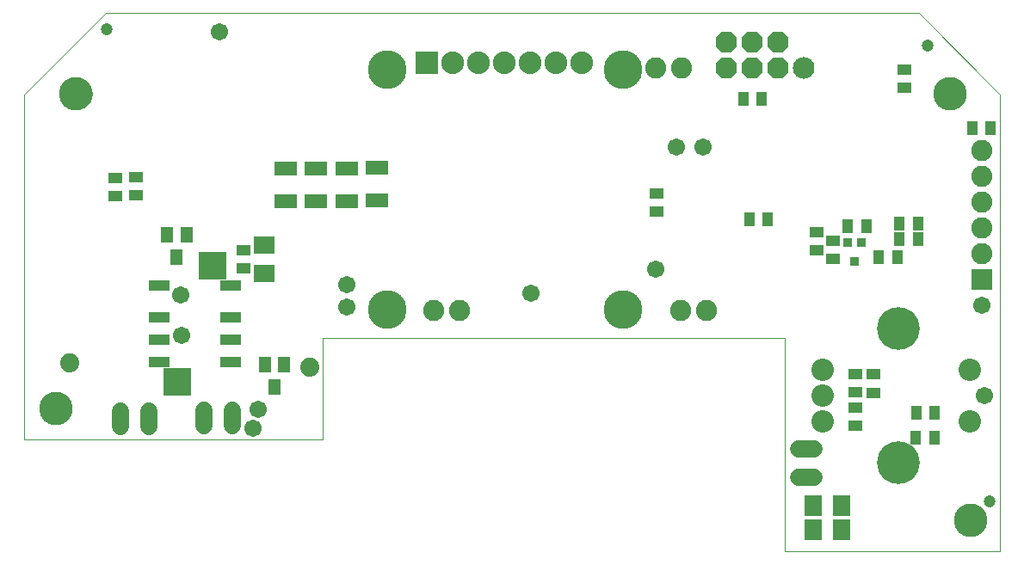
<source format=gbs>
G75*
G70*
%OFA0B0*%
%FSLAX24Y24*%
%IPPOS*%
%LPD*%
%AMOC8*
5,1,8,0,0,1.08239X$1,22.5*
%
%ADD10C,0.0000*%
%ADD11C,0.1300*%
%ADD12C,0.0867*%
%ADD13C,0.1655*%
%ADD14R,0.0395X0.0552*%
%ADD15R,0.0880X0.0880*%
%ADD16C,0.0880*%
%ADD17C,0.1497*%
%ADD18R,0.0552X0.0395*%
%ADD19R,0.0356X0.0356*%
%ADD20R,0.0710X0.0789*%
%ADD21R,0.0867X0.0552*%
%ADD22R,0.0474X0.0631*%
%ADD23C,0.0680*%
%ADD24C,0.0474*%
%ADD25C,0.0671*%
%ADD26C,0.0820*%
%ADD27R,0.0820X0.0820*%
%ADD28R,0.0789X0.0395*%
%ADD29R,0.1064X0.1064*%
%ADD30R,0.0789X0.0710*%
%ADD31OC8,0.0820*%
%ADD32C,0.0740*%
%ADD33C,0.0840*%
D10*
X000180Y005173D02*
X011735Y005173D01*
X011735Y009110D01*
X029633Y009110D01*
X029633Y000843D01*
X037975Y000843D01*
X037975Y018559D01*
X034827Y021708D01*
X003329Y021708D01*
X000180Y018559D01*
X000180Y005173D01*
X000783Y006386D02*
X000785Y006435D01*
X000791Y006484D01*
X000801Y006532D01*
X000814Y006579D01*
X000832Y006625D01*
X000853Y006669D01*
X000877Y006712D01*
X000905Y006752D01*
X000936Y006791D01*
X000970Y006826D01*
X001007Y006859D01*
X001046Y006888D01*
X001088Y006914D01*
X001131Y006937D01*
X001177Y006956D01*
X001223Y006972D01*
X001271Y006984D01*
X001319Y006992D01*
X001368Y006996D01*
X001418Y006996D01*
X001467Y006992D01*
X001515Y006984D01*
X001563Y006972D01*
X001609Y006956D01*
X001655Y006937D01*
X001698Y006914D01*
X001740Y006888D01*
X001779Y006859D01*
X001816Y006826D01*
X001850Y006791D01*
X001881Y006752D01*
X001909Y006712D01*
X001933Y006669D01*
X001954Y006625D01*
X001972Y006579D01*
X001985Y006532D01*
X001995Y006484D01*
X002001Y006435D01*
X002003Y006386D01*
X002001Y006337D01*
X001995Y006288D01*
X001985Y006240D01*
X001972Y006193D01*
X001954Y006147D01*
X001933Y006103D01*
X001909Y006060D01*
X001881Y006020D01*
X001850Y005981D01*
X001816Y005946D01*
X001779Y005913D01*
X001740Y005884D01*
X001698Y005858D01*
X001655Y005835D01*
X001609Y005816D01*
X001563Y005800D01*
X001515Y005788D01*
X001467Y005780D01*
X001418Y005776D01*
X001368Y005776D01*
X001319Y005780D01*
X001271Y005788D01*
X001223Y005800D01*
X001177Y005816D01*
X001131Y005835D01*
X001088Y005858D01*
X001046Y005884D01*
X001007Y005913D01*
X000970Y005946D01*
X000936Y005981D01*
X000905Y006020D01*
X000877Y006060D01*
X000853Y006103D01*
X000832Y006147D01*
X000814Y006193D01*
X000801Y006240D01*
X000791Y006288D01*
X000785Y006337D01*
X000783Y006386D01*
X001570Y018591D02*
X001572Y018640D01*
X001578Y018689D01*
X001588Y018737D01*
X001601Y018784D01*
X001619Y018830D01*
X001640Y018874D01*
X001664Y018917D01*
X001692Y018957D01*
X001723Y018996D01*
X001757Y019031D01*
X001794Y019064D01*
X001833Y019093D01*
X001875Y019119D01*
X001918Y019142D01*
X001964Y019161D01*
X002010Y019177D01*
X002058Y019189D01*
X002106Y019197D01*
X002155Y019201D01*
X002205Y019201D01*
X002254Y019197D01*
X002302Y019189D01*
X002350Y019177D01*
X002396Y019161D01*
X002442Y019142D01*
X002485Y019119D01*
X002527Y019093D01*
X002566Y019064D01*
X002603Y019031D01*
X002637Y018996D01*
X002668Y018957D01*
X002696Y018917D01*
X002720Y018874D01*
X002741Y018830D01*
X002759Y018784D01*
X002772Y018737D01*
X002782Y018689D01*
X002788Y018640D01*
X002790Y018591D01*
X002788Y018542D01*
X002782Y018493D01*
X002772Y018445D01*
X002759Y018398D01*
X002741Y018352D01*
X002720Y018308D01*
X002696Y018265D01*
X002668Y018225D01*
X002637Y018186D01*
X002603Y018151D01*
X002566Y018118D01*
X002527Y018089D01*
X002485Y018063D01*
X002442Y018040D01*
X002396Y018021D01*
X002350Y018005D01*
X002302Y017993D01*
X002254Y017985D01*
X002205Y017981D01*
X002155Y017981D01*
X002106Y017985D01*
X002058Y017993D01*
X002010Y018005D01*
X001964Y018021D01*
X001918Y018040D01*
X001875Y018063D01*
X001833Y018089D01*
X001794Y018118D01*
X001757Y018151D01*
X001723Y018186D01*
X001692Y018225D01*
X001664Y018265D01*
X001640Y018308D01*
X001619Y018352D01*
X001601Y018398D01*
X001588Y018445D01*
X001578Y018493D01*
X001572Y018542D01*
X001570Y018591D01*
X035428Y018591D02*
X035430Y018640D01*
X035436Y018689D01*
X035446Y018737D01*
X035459Y018784D01*
X035477Y018830D01*
X035498Y018874D01*
X035522Y018917D01*
X035550Y018957D01*
X035581Y018996D01*
X035615Y019031D01*
X035652Y019064D01*
X035691Y019093D01*
X035733Y019119D01*
X035776Y019142D01*
X035822Y019161D01*
X035868Y019177D01*
X035916Y019189D01*
X035964Y019197D01*
X036013Y019201D01*
X036063Y019201D01*
X036112Y019197D01*
X036160Y019189D01*
X036208Y019177D01*
X036254Y019161D01*
X036300Y019142D01*
X036343Y019119D01*
X036385Y019093D01*
X036424Y019064D01*
X036461Y019031D01*
X036495Y018996D01*
X036526Y018957D01*
X036554Y018917D01*
X036578Y018874D01*
X036599Y018830D01*
X036617Y018784D01*
X036630Y018737D01*
X036640Y018689D01*
X036646Y018640D01*
X036648Y018591D01*
X036646Y018542D01*
X036640Y018493D01*
X036630Y018445D01*
X036617Y018398D01*
X036599Y018352D01*
X036578Y018308D01*
X036554Y018265D01*
X036526Y018225D01*
X036495Y018186D01*
X036461Y018151D01*
X036424Y018118D01*
X036385Y018089D01*
X036343Y018063D01*
X036300Y018040D01*
X036254Y018021D01*
X036208Y018005D01*
X036160Y017993D01*
X036112Y017985D01*
X036063Y017981D01*
X036013Y017981D01*
X035964Y017985D01*
X035916Y017993D01*
X035868Y018005D01*
X035822Y018021D01*
X035776Y018040D01*
X035733Y018063D01*
X035691Y018089D01*
X035652Y018118D01*
X035615Y018151D01*
X035581Y018186D01*
X035550Y018225D01*
X035522Y018265D01*
X035498Y018308D01*
X035477Y018352D01*
X035459Y018398D01*
X035446Y018445D01*
X035436Y018493D01*
X035430Y018542D01*
X035428Y018591D01*
X036216Y002055D02*
X036218Y002104D01*
X036224Y002153D01*
X036234Y002201D01*
X036247Y002248D01*
X036265Y002294D01*
X036286Y002338D01*
X036310Y002381D01*
X036338Y002421D01*
X036369Y002460D01*
X036403Y002495D01*
X036440Y002528D01*
X036479Y002557D01*
X036521Y002583D01*
X036564Y002606D01*
X036610Y002625D01*
X036656Y002641D01*
X036704Y002653D01*
X036752Y002661D01*
X036801Y002665D01*
X036851Y002665D01*
X036900Y002661D01*
X036948Y002653D01*
X036996Y002641D01*
X037042Y002625D01*
X037088Y002606D01*
X037131Y002583D01*
X037173Y002557D01*
X037212Y002528D01*
X037249Y002495D01*
X037283Y002460D01*
X037314Y002421D01*
X037342Y002381D01*
X037366Y002338D01*
X037387Y002294D01*
X037405Y002248D01*
X037418Y002201D01*
X037428Y002153D01*
X037434Y002104D01*
X037436Y002055D01*
X037434Y002006D01*
X037428Y001957D01*
X037418Y001909D01*
X037405Y001862D01*
X037387Y001816D01*
X037366Y001772D01*
X037342Y001729D01*
X037314Y001689D01*
X037283Y001650D01*
X037249Y001615D01*
X037212Y001582D01*
X037173Y001553D01*
X037131Y001527D01*
X037088Y001504D01*
X037042Y001485D01*
X036996Y001469D01*
X036948Y001457D01*
X036900Y001449D01*
X036851Y001445D01*
X036801Y001445D01*
X036752Y001449D01*
X036704Y001457D01*
X036656Y001469D01*
X036610Y001485D01*
X036564Y001504D01*
X036521Y001527D01*
X036479Y001553D01*
X036440Y001582D01*
X036403Y001615D01*
X036369Y001650D01*
X036338Y001689D01*
X036310Y001729D01*
X036286Y001772D01*
X036265Y001816D01*
X036247Y001862D01*
X036234Y001909D01*
X036224Y001957D01*
X036218Y002006D01*
X036216Y002055D01*
D11*
X036826Y002055D03*
X036038Y018591D03*
X002180Y018591D03*
X001393Y006386D03*
D12*
X031088Y006874D03*
X031088Y007874D03*
X031088Y005874D03*
X036788Y005874D03*
X036788Y007874D03*
D13*
X034038Y009474D03*
X034038Y004274D03*
D14*
X034716Y005268D03*
X035424Y005268D03*
X035434Y006223D03*
X034726Y006223D03*
X033989Y012243D03*
X033281Y012243D03*
X034081Y012943D03*
X034081Y013543D03*
X034789Y013543D03*
X034789Y012943D03*
X032789Y013443D03*
X032081Y013443D03*
X028984Y013723D03*
X028276Y013723D03*
X028026Y018373D03*
X028734Y018373D03*
X036886Y017253D03*
X037594Y017253D03*
D15*
X015783Y019796D03*
D16*
X016783Y019796D03*
X017783Y019796D03*
X018783Y019796D03*
X019783Y019796D03*
X020783Y019796D03*
X021783Y019796D03*
D17*
X023374Y019536D03*
X014240Y019536D03*
X014240Y010206D03*
X023374Y010206D03*
D18*
X024680Y014019D03*
X024680Y014728D03*
X030865Y013233D03*
X031495Y012883D03*
X030865Y012524D03*
X031495Y012174D03*
X032380Y007728D03*
X033080Y007708D03*
X032380Y007019D03*
X033080Y006999D03*
X032380Y006428D03*
X032380Y005719D03*
X034280Y018819D03*
X034280Y019528D03*
X008680Y012528D03*
X008680Y011819D03*
X004485Y014644D03*
X003710Y014609D03*
X003710Y015318D03*
X004485Y015353D03*
D19*
X032079Y012808D03*
X032591Y012808D03*
X032335Y012079D03*
D20*
X031831Y002623D03*
X030729Y002623D03*
X030744Y001703D03*
X031846Y001703D03*
D21*
X013850Y014449D03*
X012665Y014429D03*
X011465Y014429D03*
X010315Y014429D03*
X010315Y015688D03*
X011465Y015688D03*
X012665Y015688D03*
X013850Y015708D03*
D22*
X006454Y013107D03*
X005706Y013107D03*
X006080Y012240D03*
X009491Y008077D03*
X010239Y008077D03*
X009865Y007211D03*
D23*
X008240Y006308D02*
X008240Y005708D01*
X007140Y005708D02*
X007140Y006308D01*
X004995Y006293D02*
X004995Y005693D01*
X003895Y005693D02*
X003895Y006293D01*
X030180Y004823D02*
X030780Y004823D01*
X030780Y003723D02*
X030180Y003723D01*
D24*
X037580Y002773D03*
X035165Y020463D03*
X003380Y021073D03*
D25*
X007720Y020973D03*
X012680Y011173D03*
X012680Y010323D03*
X006230Y010773D03*
X006280Y009223D03*
X009220Y006338D03*
X009030Y005623D03*
X019800Y010863D03*
X024630Y011773D03*
X025430Y016523D03*
X026480Y016523D03*
X037280Y010373D03*
X037380Y006873D03*
D26*
X037280Y012373D03*
X037280Y013373D03*
X037280Y014373D03*
X037280Y015373D03*
X037280Y016373D03*
X026600Y010173D03*
X025600Y010173D03*
X017040Y010173D03*
X016040Y010173D03*
X024645Y019603D03*
X025645Y019603D03*
D27*
X037280Y011373D03*
D28*
X008158Y011170D03*
X008158Y009910D03*
X008158Y009044D03*
X008158Y008177D03*
X005402Y008177D03*
X005402Y009044D03*
X005402Y009910D03*
X005402Y011170D03*
D29*
X007469Y011937D03*
X006091Y007410D03*
D30*
X009480Y011622D03*
X009480Y012725D03*
D31*
X027380Y019573D03*
X028380Y019573D03*
X029380Y019573D03*
X029380Y020573D03*
X028380Y020573D03*
X027380Y020573D03*
D32*
X011230Y007973D03*
X001930Y008143D03*
D33*
X030380Y019573D03*
M02*

</source>
